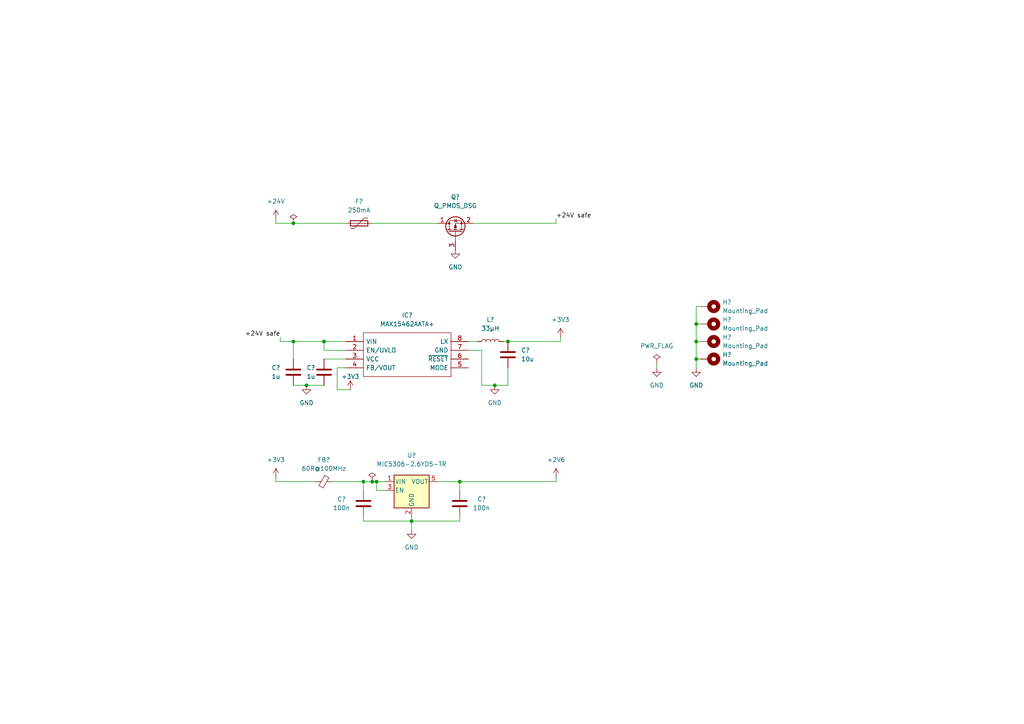
<source format=kicad_sch>
(kicad_sch (version 20211123) (generator eeschema)
  (paper "A4")
  (title_block (title "Power supply"))
  (lib_symbols
    (symbol "Device:C" (pin_numbers hide) (pin_names (offset 0.254))
      (property "Reference" "C" (at 0.635 2.54 0))
      (property "Value" "C" (at 0.635 -2.54 0))
      (symbol "C_0_1"
        (polyline (pts (xy -2.032 -0.762) (xy 2.032 -0.762)) (stroke (width 0.508)))
        (polyline (pts (xy -2.032 0.762) (xy 2.032 0.762)) (stroke (width 0.508)))
      )
      (symbol "C_1_1"
        (pin passive line (at 0 3.81 270) (length 2.794) (name "~") (number "1"))
        (pin passive line (at 0 -3.81 90) (length 2.794) (name "~") (number "2"))
      )
    )
    (symbol "Device:FerriteBead_Small" (pin_numbers hide) (pin_names (offset 0))
      (property "Reference" "FB" (at 1.905 1.27 0))
      (property "Value" "FerriteBead_Small" (at 1.905 -1.27 0))
      (symbol "FerriteBead_Small_0_1"
        (polyline (pts (xy 0 -1.27) (xy 0 -0.7874)))
        (polyline (pts (xy 0 0.889) (xy 0 1.2954)))
        (polyline (pts (xy -1.8288 0.2794) (xy -1.1176 1.4986) (xy 1.8288 -0.2032) (xy 1.1176 -1.4224) (xy -1.8288 0.2794)))
      )
      (symbol "FerriteBead_Small_1_1"
        (pin passive line (at 0 2.54 270) (length 1.27) (name "~") (number "1"))
        (pin passive line (at 0 -2.54 90) (length 1.27) (name "~") (number "2"))
      )
    )
    (symbol "Device:L" (pin_numbers hide) (pin_names (offset 1.016) hide)
      (property "Reference" "L" (at -1.27 0 90))
      (property "Value" "L" (at 1.905 0 90))
      (symbol "L_0_1"
        (arc (start 0 -2.54) (mid 0.635 -1.905) (end 0 -1.27))
        (arc (start 0 -1.27) (mid 0.635 -0.635) (end 0 0))
        (arc (start 0 0) (mid 0.635 0.635) (end 0 1.27))
        (arc (start 0 1.27) (mid 0.635 1.905) (end 0 2.54))
      )
      (symbol "L_1_1"
        (pin passive line (at 0 3.81 270) (length 1.27) (name "1") (number "1"))
        (pin passive line (at 0 -3.81 90) (length 1.27) (name "2") (number "2"))
      )
    )
    (symbol "Device:Polyfuse" (pin_numbers hide) (pin_names (offset 0))
      (property "Reference" "F" (at -2.54 0 90))
      (property "Value" "Polyfuse" (at 2.54 0 90))
      (symbol "Polyfuse_0_1"
        (rectangle (start -0.762 2.54) (end 0.762 -2.54) (stroke (width 0.254)))
        (polyline (pts (xy 0 2.54) (xy 0 -2.54)))
        (polyline (pts (xy -1.524 2.54) (xy -1.524 1.524) (xy 1.524 -1.524) (xy 1.524 -2.54)))
      )
      (symbol "Polyfuse_1_1"
        (pin passive line (at 0 3.81 270) (length 1.27) (name "~") (number "1"))
        (pin passive line (at 0 -3.81 90) (length 1.27) (name "~") (number "2"))
      )
    )
    (symbol "Device:Q_PMOS_DSG" (pin_names (offset 0) hide)
      (property "Reference" "Q" (at 5.08 1.27 0))
      (property "Value" "Q_PMOS_DSG" (at 5.08 -1.27 0))
      (symbol "Q_PMOS_DSG_0_1"
        (polyline (pts (xy 0.254 0) (xy -2.54 0)))
        (polyline (pts (xy 0.254 1.905) (xy 0.254 -1.905)) (stroke (width 0.254)))
        (polyline (pts (xy 0.762 -1.27) (xy 0.762 -2.286)) (stroke (width 0.254)))
        (polyline (pts (xy 0.762 0.508) (xy 0.762 -0.508)) (stroke (width 0.254)))
        (polyline (pts (xy 0.762 2.286) (xy 0.762 1.27)) (stroke (width 0.254)))
        (polyline (pts (xy 2.54 2.54) (xy 2.54 1.778)))
        (polyline (pts (xy 2.54 -2.54) (xy 2.54 0) (xy 0.762 0)))
        (polyline (pts (xy 0.762 1.778) (xy 3.302 1.778) (xy 3.302 -1.778) (xy 0.762 -1.778)))
        (polyline (pts (xy 2.286 0) (xy 1.27 0.381) (xy 1.27 -0.381) (xy 2.286 0)) (fill (type outline)))
        (polyline (pts (xy 2.794 -0.508) (xy 2.921 -0.381) (xy 3.683 -0.381) (xy 3.81 -0.254)))
        (polyline (pts (xy 3.302 -0.381) (xy 2.921 0.254) (xy 3.683 0.254) (xy 3.302 -0.381)))
        (circle (center 1.651 0) (radius 2.794) (stroke (width 0.254)))
        (circle (center 2.54 -1.778) (radius 0.254) (fill (type outline)))
        (circle (center 2.54 1.778) (radius 0.254) (fill (type outline)))
      )
      (symbol "Q_PMOS_DSG_1_1"
        (pin passive line (at 2.54 5.08 270) (length 2.54) (name "D") (number "1"))
        (pin passive line (at 2.54 -5.08 90) (length 2.54) (name "S") (number "2"))
        (pin input line (at -5.08 0 0) (length 2.54) (name "G") (number "3"))
      )
    )
    (symbol "Mechanical:MountingHole_Pad" (pin_numbers hide) (pin_names (offset 1.016) hide)
      (property "Reference" "H" (at 0 6.35 0))
      (property "Value" "MountingHole_Pad" (at 0 4.445 0))
      (symbol "MountingHole_Pad_0_1"
        (circle (center 0 1.27) (radius 1.27) (stroke (width 1.27)))
      )
      (symbol "MountingHole_Pad_1_1"
        (pin input line (at 0 -2.54 90) (length 2.54) (name "1") (number "1"))
      )
    )
    (symbol "Regulator_Linear:AP2112K-3.3" (pin_names (offset 0.254))
      (property "Reference" "U" (at -5.08 5.715 0))
      (property "Value" "AP2112K-3.3" (at 0 5.715 0))
      (symbol "AP2112K-3.3_0_1"
        (rectangle (start -5.08 4.445) (end 5.08 -5.08) (stroke (width 0.254)) (fill (type background)))
      )
      (symbol "AP2112K-3.3_1_1"
        (pin power_in line (at -7.62 2.54 0) (length 2.54) (name "VIN") (number "1"))
        (pin power_in line (at 0 -7.62 90) (length 2.54) (name "GND") (number "2"))
        (pin input line (at -7.62 0 0) (length 2.54) (name "EN") (number "3"))
        (pin no_connect line (at 5.08 0 180) (length 2.54) hide (name "NC") (number "4"))
        (pin power_out line (at 7.62 2.54 180) (length 2.54) (name "VOUT") (number "5"))
      )
    )
    (symbol "buck:MAX15462AATA+" (pin_names (offset 0.762))
      (property "Reference" "IC" (at 31.75 7.62 0))
      (property "Value" "MAX15462AATA+" (at 31.75 5.08 0))
      (symbol "MAX15462AATA+_0_0"
        (pin passive line (at 0 0 0) (length 5.08) (name "VIN") (number "1"))
        (pin passive line (at 0 -2.54 0) (length 5.08) (name "EN/UVLO") (number "2"))
        (pin passive line (at 0 -5.08 0) (length 5.08) (name "VCC") (number "3"))
        (pin passive line (at 0 -7.62 0) (length 5.08) (name "FB/VOUT") (number "4"))
        (pin passive line (at 35.56 -7.62 180) (length 5.08) (name "MODE") (number "5"))
        (pin passive line (at 35.56 -5.08 180) (length 5.08) (name "~{RESET}") (number "6"))
        (pin passive line (at 35.56 -2.54 180) (length 5.08) (name "GND") (number "7"))
        (pin passive line (at 35.56 0 180) (length 5.08) (name "LX") (number "8"))
      )
      (symbol "MAX15462AATA+_0_1"
        (polyline (pts (xy 5.08 2.54) (xy 30.48 2.54) (xy 30.48 -10.16) (xy 5.08 -10.16) (xy 5.08 2.54)) (stroke (width 0.1524)))
      )
    )
    (symbol "power:+24V" (power) (pin_names (offset 0))
      (property "Value" "+24V" (at 0 3.556 0))
      (symbol "+24V_0_1"
        (polyline (pts (xy -0.762 1.27) (xy 0 2.54)))
        (polyline (pts (xy 0 0) (xy 0 2.54)))
        (polyline (pts (xy 0 2.54) (xy 0.762 1.27)))
      )
      (symbol "+24V_1_1"
        (pin power_in line (at 0 0 90) (length 0) hide (name "+24V") (number "1"))
      )
    )
    (symbol "power:+2V6" (power) (pin_names (offset 0))
      (property "Value" "+2V6" (at 0 5.08 0))
      (symbol "+2V6_0_1"
        (polyline (pts (xy -0.762 1.27) (xy 0 2.54)))
        (polyline (pts (xy 0 0) (xy 0 2.54)))
        (polyline (pts (xy 0 2.54) (xy 0.762 1.27)))
      )
      (symbol "+2V6_1_1"
        (pin power_in line (at 0 0 90) (length 0) hide (name "+2V6") (number "1"))
      )
    )
    (symbol "power:+3V3" (power) (pin_names (offset 0))
      (property "Value" "+3V3" (at 0 3.556 0))
      (symbol "+3V3_0_1"
        (polyline (pts (xy -0.762 1.27) (xy 0 2.54)))
        (polyline (pts (xy 0 0) (xy 0 2.54)))
        (polyline (pts (xy 0 2.54) (xy 0.762 1.27)))
      )
      (symbol "+3V3_1_1"
        (pin power_in line (at 0 0 90) (length 0) hide (name "+3V3") (number "1"))
      )
    )
    (symbol "power:GND" (power) (pin_names (offset 0))
      (property "Value" "GND" (at 0 -3.81 0))
      (symbol "GND_0_1"
        (polyline (pts (xy 0 0) (xy 0 -1.27) (xy 1.27 -1.27) (xy 0 -2.54) (xy -1.27 -1.27) (xy 0 -1.27)))
      )
      (symbol "GND_1_1"
        (pin power_in line (at 0 0 270) (length 0) hide (name "GND") (number "1"))
      )
    )
    (symbol "power:PWR_FLAG" (power) (pin_numbers hide) (pin_names (offset 0) hide)
      (property "Value" "PWR_FLAG" (at 0 3.81 0))
      (symbol "PWR_FLAG_0_0"
        (pin power_out line (at 0 0 90) (length 0) (name "pwr") (number "1"))
      )
      (symbol "PWR_FLAG_0_1"
        (polyline (pts (xy 0 0) (xy 0 1.27) (xy -1.016 1.905) (xy 0 2.54) (xy 1.016 1.905) (xy 0 1.27)))
      )
    )
  )
  (junction (at 201.93 99.06))
  (junction (at 119.38 151.13))
  (junction (at 147.32 99.06))
  (junction (at 107.95 139.7))
  (junction (at 201.93 93.98))
  (junction (at 105.41 139.7))
  (junction (at 133.35 139.7))
  (junction (at 85.09 99.06))
  (junction (at 88.9 111.76))
  (junction (at 85.09 64.77))
  (junction (at 143.51 111.76))
  (junction (at 109.22 139.7))
  (junction (at 93.98 99.06))
  (junction (at 201.93 104.14))
  (wire (pts (xy 109.22 139.7) (xy 111.76 139.7)))
  (wire (pts (xy 107.95 139.7) (xy 109.22 139.7)))
  (wire (pts (xy 105.41 139.7) (xy 107.95 139.7)))
  (wire (pts (xy 143.51 111.76) (xy 147.32 111.76)))
  (wire (pts (xy 105.41 151.13) (xy 119.38 151.13)))
  (wire (pts (xy 85.09 111.76) (xy 88.9 111.76)))
  (wire (pts (xy 93.98 99.06) (xy 100.33 99.06)))
  (wire (pts (xy 201.93 93.98) (xy 201.93 99.06)))
  (wire (pts (xy 201.93 99.06) (xy 201.93 104.14)))
  (wire (pts (xy 201.93 88.9) (xy 201.93 93.98)))
  (wire (pts (xy 81.28 99.06) (xy 85.09 99.06)))
  (wire (pts (xy 135.89 101.6) (xy 139.7 101.6)))
  (wire (pts (xy 93.98 104.14) (xy 100.33 104.14)))
  (wire (pts (xy 201.93 104.14) (xy 203.2 104.14)))
  (wire (pts (xy 161.29 139.7) (xy 133.35 139.7)))
  (wire (pts (xy 88.9 111.76) (xy 93.98 111.76)))
  (wire (pts (xy 201.93 93.98) (xy 203.2 93.98)))
  (wire (pts (xy 93.98 101.6) (xy 93.98 99.06)))
  (wire (pts (xy 162.56 97.79) (xy 162.56 99.06)))
  (wire (pts (xy 203.2 88.9) (xy 201.93 88.9)))
  (wire (pts (xy 81.28 97.79) (xy 81.28 99.06)))
  (wire (pts (xy 96.52 139.7) (xy 105.41 139.7)))
  (wire (pts (xy 119.38 151.13) (xy 119.38 153.67)))
  (wire (pts (xy 85.09 104.14) (xy 85.09 99.06)))
  (wire (pts (xy 105.41 149.86) (xy 105.41 151.13)))
  (wire (pts (xy 139.7 111.76) (xy 143.51 111.76)))
  (wire (pts (xy 97.79 106.68) (xy 100.33 106.68)))
  (wire (pts (xy 109.22 139.7) (xy 109.22 142.24)))
  (wire (pts (xy 133.35 149.86) (xy 133.35 151.13)))
  (wire (pts (xy 190.5 105.41) (xy 190.5 106.68)))
  (wire (pts (xy 147.32 111.76) (xy 147.32 106.68)))
  (wire (pts (xy 80.01 139.7) (xy 91.44 139.7)))
  (wire (pts (xy 97.79 106.68) (xy 97.79 113.03)))
  (wire (pts (xy 119.38 149.86) (xy 119.38 151.13)))
  (wire (pts (xy 107.95 64.77) (xy 127 64.77)))
  (wire (pts (xy 135.89 99.06) (xy 138.43 99.06)))
  (wire (pts (xy 146.05 99.06) (xy 147.32 99.06)))
  (wire (pts (xy 97.79 113.03) (xy 101.6 113.03)))
  (wire (pts (xy 85.09 99.06) (xy 93.98 99.06)))
  (wire (pts (xy 105.41 142.24) (xy 105.41 139.7)))
  (wire (pts (xy 147.32 99.06) (xy 162.56 99.06)))
  (wire (pts (xy 85.09 64.77) (xy 100.33 64.77)))
  (wire (pts (xy 80.01 138.43) (xy 80.01 139.7)))
  (wire (pts (xy 201.93 99.06) (xy 203.2 99.06)))
  (wire (pts (xy 127 139.7) (xy 133.35 139.7)))
  (wire (pts (xy 111.76 142.24) (xy 109.22 142.24)))
  (wire (pts (xy 161.29 64.77) (xy 161.29 63.5)))
  (wire (pts (xy 139.7 101.6) (xy 139.7 111.76)))
  (wire (pts (xy 161.29 138.43) (xy 161.29 139.7)))
  (wire (pts (xy 133.35 139.7) (xy 133.35 142.24)))
  (wire (pts (xy 80.01 64.77) (xy 85.09 64.77)))
  (wire (pts (xy 100.33 101.6) (xy 93.98 101.6)))
  (wire (pts (xy 137.16 64.77) (xy 161.29 64.77)))
  (wire (pts (xy 201.93 104.14) (xy 201.93 106.68)))
  (wire (pts (xy 119.38 151.13) (xy 133.35 151.13)))
  (wire (pts (xy 80.01 63.5) (xy 80.01 64.77)))
  (label "+24V safe" (at 161.29 63.5 0))
  (label "+24V safe" (at 81.28 97.79 180))
  (symbol (lib_id "power:GND") (at 190.5 106.68 0) (unit 1)
    (property "Reference" "#PWR?" (effects hide))
    (property "Value" "GND" (at 190.5 111.76 0))
  )
  (symbol (lib_id "Device:C") (at 133.35 146.05 0) (unit 1)
    (property "Reference" "C?" (at 138.43 144.78 0) (effects (justify left)))
    (property "Value" "100n" (at 137.16 147.32 0) (effects (justify left)))
    (property "Footprint" "Capacitor_SMD:C_0603_1608Metric" (effects hide))
  )
  (symbol (lib_id "Device:C") (at 85.09 107.95 0) (unit 1)
    (property "Reference" "C?" (at 78.74 106.68 0) (effects (justify left)))
    (property "Value" "1u" (at 78.74 109.22 0) (effects (justify left)))
    (property "Footprint" "Capacitor_SMD:C_0603_1608Metric" (effects hide))
    (property "Datasheet" "https://www.mouser.pl/ProductDetail/Kyocera-AVX/06035C105KAT2A?qs=%252BdQmOuGyFcGCdIIWh6fU7Q%3D%3D" (effects hide))
  )
  (symbol (lib_id "power:PWR_FLAG") (at 190.5 105.41 0) (unit 1)
    (property "Reference" "#FLG?" (effects hide))
    (property "Value" "PWR_FLAG" (at 190.5 100.33 0))
  )
  (symbol (lib_id "Mechanical:MountingHole_Pad") (at 205.74 88.9 270) (unit 1)
    (property "Reference" "H?" (at 209.55 87.6299 90) (effects (justify left)))
    (property "Value" "Mounting_Pad" (at 209.55 90.1699 90) (effects (justify left)))
    (property "Footprint" "MountingHole:MountingHole_2.7mm_M2.5_ISO14580_Pad" (effects hide))
  )
  (symbol (lib_id "power:GND") (at 88.9 111.76 0) (unit 1)
    (property "Reference" "#PWR?" (effects hide))
    (property "Value" "GND" (at 88.9 116.84 0))
  )
  (symbol (lib_id "power:+3V3") (at 101.6 113.03 0) (unit 1)
    (property "Reference" "#PWR?" (effects hide))
    (property "Value" "+3V3" (at 101.6 109.22 0))
  )
  (symbol (lib_id "power:+3V3") (at 162.56 97.79 0) (unit 1)
    (property "Reference" "#PWR?" (effects hide))
    (property "Value" "+3V3" (at 162.56 92.71 0))
  )
  (symbol (lib_id "Device:Q_PMOS_DSG") (at 132.08 67.31 90) (unit 1)
    (property "Reference" "Q?" (at 132.08 57.15 90))
    (property "Value" "Q_PMOS_DSG" (at 132.08 59.69 90))
  )
  (symbol (lib_id "Device:C") (at 105.41 146.05 0) (unit 1)
    (property "Reference" "C?" (at 97.79 144.78 0) (effects (justify left)))
    (property "Value" "100n" (at 96.52 147.32 0) (effects (justify left)))
    (property "Footprint" "Capacitor_SMD:C_0603_1608Metric" (effects hide))
  )
  (symbol (lib_id "Device:C") (at 147.32 102.87 0) (unit 1)
    (property "Reference" "C?" (at 151.13 101.6 0) (effects (justify left)))
    (property "Value" "10u" (at 151.13 104.14 0) (effects (justify left)))
    (property "Footprint" "Capacitor_SMD:C_0603_1608Metric" (effects hide))
    (property "Datasheet" "https://www.mouser.pl/ProductDetail/Taiyo-Yuden/JMF316AB7106KLHT?qs=%252B6g0mu59x7Kvqcr3vzBeoA%3D%3D" (effects hide))
  )
  (symbol (lib_id "power:+24V") (at 80.01 63.5 0) (unit 1)
    (property "Reference" "#PWR?" (effects hide))
    (property "Value" "+24V" (at 80.01 58.42 0))
  )
  (symbol (lib_id "power:PWR_FLAG") (at 85.09 64.77 0) (unit 1)
    (property "Reference" "#FLG?" (effects hide))
    (property "Value" "PWR_FLAG" (effects hide))
  )
  (symbol (lib_id "Device:C") (at 93.98 107.95 0) (unit 1)
    (property "Reference" "C?" (at 88.9 106.68 0) (effects (justify left)))
    (property "Value" "1u" (at 88.9 109.22 0) (effects (justify left)))
    (property "Footprint" "Capacitor_SMD:C_0603_1608Metric" (effects hide))
  )
  (symbol (lib_id "Device:FerriteBead_Small") (at 93.98 139.7 90) (unit 1)
    (property "Reference" "FB?" (at 93.9419 133.35 90))
    (property "Value" "60R@100MHz" (at 93.9419 135.89 90))
    (property "Footprint" "Inductor_SMD:L_0603_1608Metric" (effects hide))
  )
  (symbol (lib_id "power:GND") (at 201.93 106.68 0) (mirror y) (unit 1)
    (property "Reference" "#PWR?" (effects hide))
    (property "Value" "GND" (at 201.93 111.76 0))
  )
  (symbol (lib_id "Mechanical:MountingHole_Pad") (at 205.74 99.06 270) (unit 1)
    (property "Reference" "H?" (at 209.55 97.7899 90) (effects (justify left)))
    (property "Value" "Mounting_Pad" (at 209.55 100.3299 90) (effects (justify left)))
    (property "Footprint" "MountingHole:MountingHole_2.7mm_M2.5_ISO14580_Pad" (effects hide))
  )
  (symbol (lib_id "Device:Polyfuse") (at 104.14 64.77 90) (unit 1)
    (property "Reference" "F?" (at 104.14 58.42 90))
    (property "Value" "250mA" (at 104.14 60.96 90))
    (property "Footprint" "Fuse:Fuse_0805_2012Metric" (effects hide))
  )
  (symbol (lib_id "Device:L") (at 142.24 99.06 90) (unit 1)
    (property "Reference" "L?" (at 142.24 92.71 90))
    (property "Value" "33μH" (at 142.24 95.25 90))
    (property "Datasheet" "https://www.mouser.pl/ProductDetail/Coilcraft/LPS4018-333MRC?qs=sGAEpiMZZMv126LJFLh8y7wHFgaqoNtM3bHoKM77tIg%3D" (effects hide))
  )
  (symbol (lib_id "Regulator_Linear:AP2112K-3.3") (at 119.38 142.24 0) (unit 1)
    (property "Reference" "U?" (at 119.38 132.08 0))
    (property "Value" "MIC5306-2.6YD5-TR" (at 119.38 134.62 0))
    (property "Footprint" "TSOT23-5:TSOT-23-5" (effects hide))
    (property "Datasheet" "https://www.mouser.pl/datasheet/2/268/mic5306-1082328.pdf" (effects hide))
  )
  (symbol (lib_id "power:PWR_FLAG") (at 107.95 139.7 0) (unit 1)
    (property "Reference" "#FLG?" (effects hide))
    (property "Value" "PWR_FLAG" (effects hide))
  )
  (symbol (lib_id "power:+2V6") (at 161.29 138.43 0) (unit 1)
    (property "Reference" "#PWR?" (effects hide))
    (property "Value" "+2V6" (at 161.29 133.35 0))
  )
  (symbol (lib_id "power:+3V3") (at 80.01 138.43 0) (unit 1)
    (property "Reference" "#PWR?" (effects hide))
    (property "Value" "+3V3" (at 80.01 133.35 0))
  )
  (symbol (lib_id "Mechanical:MountingHole_Pad") (at 205.74 104.14 270) (unit 1)
    (property "Reference" "H?" (at 209.55 102.8699 90) (effects (justify left)))
    (property "Value" "Mounting_Pad" (at 209.55 105.4099 90) (effects (justify left)))
    (property "Footprint" "MountingHole:MountingHole_2.7mm_M2.5_ISO14580_Pad" (effects hide))
  )
  (symbol (lib_id "Mechanical:MountingHole_Pad") (at 205.74 93.98 270) (unit 1)
    (property "Reference" "H?" (at 209.55 92.7099 90) (effects (justify left)))
    (property "Value" "Mounting_Pad" (at 209.55 95.2499 90) (effects (justify left)))
    (property "Footprint" "MountingHole:MountingHole_2.7mm_M2.5_ISO14580_Pad" (effects hide))
  )
  (symbol (lib_id "power:GND") (at 119.38 153.67 0) (unit 1)
    (property "Reference" "#PWR?" (effects hide))
    (property "Value" "GND" (at 119.38 158.75 0))
  )
  (symbol (lib_id "power:GND") (at 132.08 72.39 0) (unit 1)
    (property "Reference" "#PWR?" (effects hide))
    (property "Value" "GND" (at 132.08 77.47 0))
  )
  (symbol (lib_id "power:GND") (at 143.51 111.76 0) (unit 1)
    (property "Reference" "#PWR?" (effects hide))
    (property "Value" "GND" (at 143.51 116.84 0))
  )
  (symbol (lib_id "buck:MAX15462AATA+") (at 100.33 99.06 0) (unit 1)
    (property "Reference" "IC?" (at 118.11 91.44 0))
    (property "Value" "MAX15462AATA+" (at 118.11 93.98 0))
    (property "Footprint" "SON50P300X200X80-8N" (effects hide))
    (property "Datasheet" "https://pdfserv.maximintegrated.com/package_dwgs/21-0487.PDF" (effects hide))
    (property "Description" "IC REG BUCK 3.3V 300MA 8TDFN" (effects hide))
    (property "Height" "0.8" (effects hide))
    (property "Manufacturer_Name" "Maxim Integrated" (effects hide))
    (property "Manufacturer_Part_Number" "MAX15462AATA+" (effects hide))
    (property "Mouser Part Number" "700-MAX15462AATA+" (effects hide))
    (property "Mouser Price/Stock" "https://www.mouser.co.uk/ProductDetail/Maxim-Integrated/MAX15462AATA%2b?qs=odmYgEirbwylHIFZ6zYT9g%3D%3D" (effects hide))
  )
)
</source>
